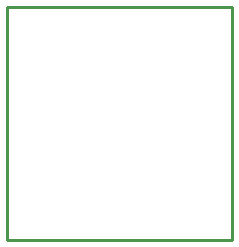
<source format=gm1>
G04*
G04 #@! TF.GenerationSoftware,Altium Limited,Altium Designer,20.1.14 (287)*
G04*
G04 Layer_Color=16711935*
%FSLAX24Y24*%
%MOIN*%
G70*
G04*
G04 #@! TF.SameCoordinates,2A1C6D17-A087-48F9-B170-56E9D240733E*
G04*
G04*
G04 #@! TF.FilePolarity,Positive*
G04*
G01*
G75*
%ADD24C,0.0100*%
D24*
X-6750Y-750D02*
X750Y-750D01*
X-6750Y-750D02*
X-6750Y7000D01*
X750Y7000D01*
X750Y-750D02*
X750Y7000D01*
M02*

</source>
